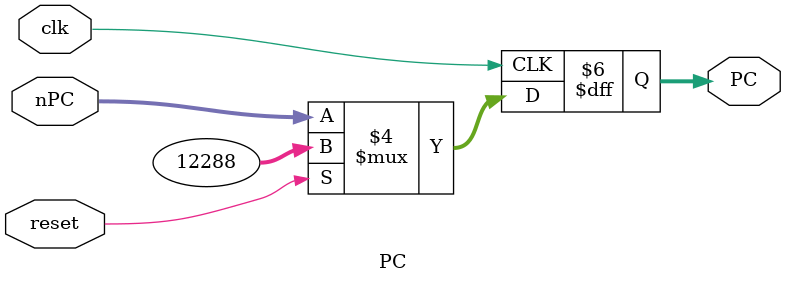
<source format=v>
`timescale 1ns / 1ps
module PC(
	input clk,
	input reset,
	input [31:0] nPC,
	output reg [31:0] PC
    );
	
	initial PC = 32'h00003000;
	
	always @(posedge clk) begin
		if (reset)
			PC = 32'h00003000;
		else
			PC = nPC;
	end
	
endmodule

</source>
